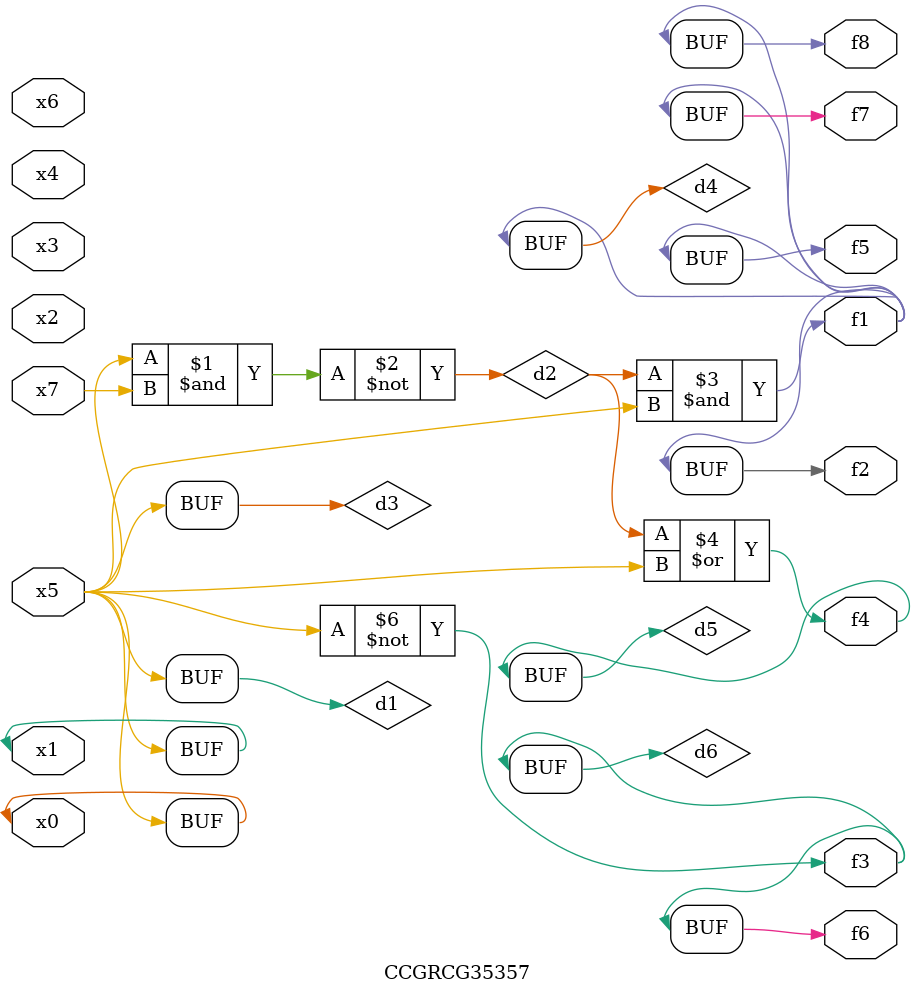
<source format=v>
module CCGRCG35357(
	input x0, x1, x2, x3, x4, x5, x6, x7,
	output f1, f2, f3, f4, f5, f6, f7, f8
);

	wire d1, d2, d3, d4, d5, d6;

	buf (d1, x0, x5);
	nand (d2, x5, x7);
	buf (d3, x0, x1);
	and (d4, d2, d3);
	or (d5, d2, d3);
	nor (d6, d1, d3);
	assign f1 = d4;
	assign f2 = d4;
	assign f3 = d6;
	assign f4 = d5;
	assign f5 = d4;
	assign f6 = d6;
	assign f7 = d4;
	assign f8 = d4;
endmodule

</source>
